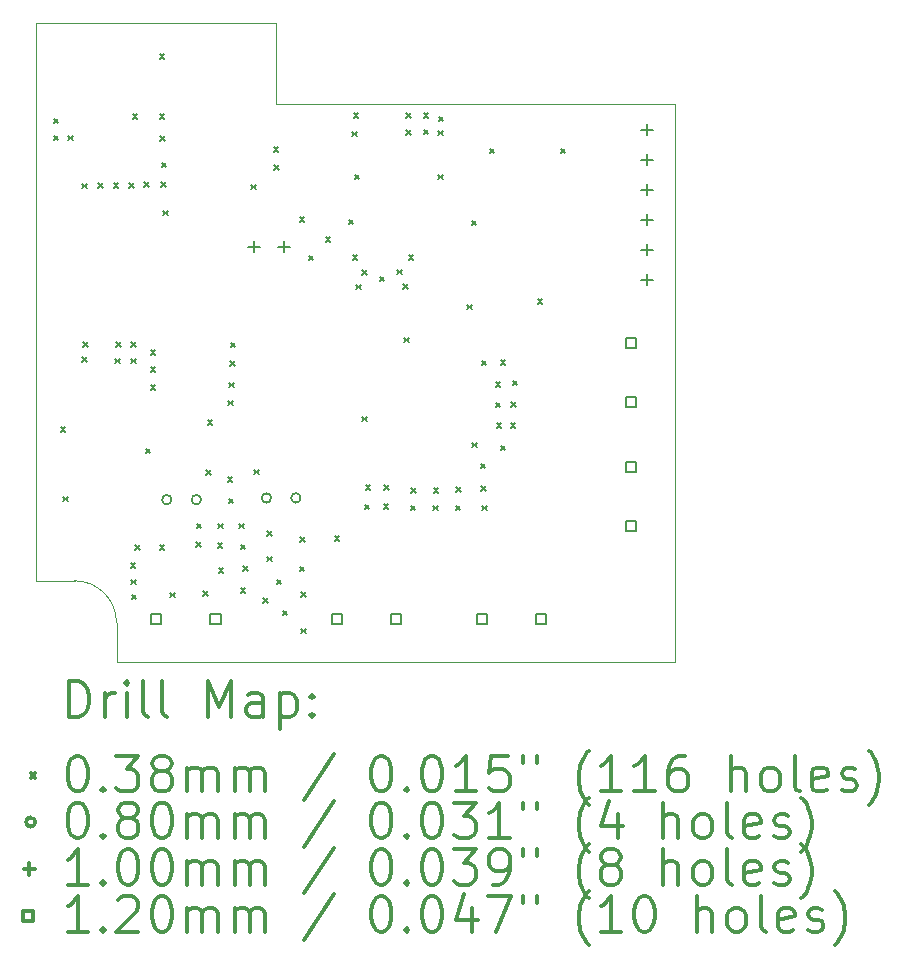
<source format=gbr>
%FSLAX45Y45*%
G04 Gerber Fmt 4.5, Leading zero omitted, Abs format (unit mm)*
G04 Created by KiCad (PCBNEW (5.1.8-0-10_14)) date 2021-10-21 22:23:19*
%MOMM*%
%LPD*%
G01*
G04 APERTURE LIST*
%TA.AperFunction,Profile*%
%ADD10C,0.025400*%
%TD*%
%ADD11C,0.200000*%
%ADD12C,0.300000*%
G04 APERTURE END LIST*
D10*
X22352000Y-8305800D02*
X25730200Y-8305800D01*
X22352000Y-8305800D02*
X22352000Y-7620000D01*
X20650200Y-12344400D02*
X20320000Y-12344400D01*
X21005800Y-12700000D02*
X21005800Y-13030200D01*
X21005800Y-12700000D02*
G75*
G03*
X20650200Y-12344400I-355600J0D01*
G01*
X20320000Y-12344400D02*
X20320000Y-7620000D01*
X21005800Y-13030200D02*
X25730200Y-13030200D01*
X25730200Y-8305800D02*
X25730200Y-13030200D01*
X20320000Y-7620000D02*
X22352000Y-7620000D01*
D11*
X20473670Y-8434070D02*
X20511770Y-8472170D01*
X20511770Y-8434070D02*
X20473670Y-8472170D01*
X20473670Y-8576310D02*
X20511770Y-8614410D01*
X20511770Y-8576310D02*
X20473670Y-8614410D01*
X20534630Y-11045190D02*
X20572730Y-11083290D01*
X20572730Y-11045190D02*
X20534630Y-11083290D01*
X20554950Y-11634470D02*
X20593050Y-11672570D01*
X20593050Y-11634470D02*
X20554950Y-11672570D01*
X20595590Y-8576310D02*
X20633690Y-8614410D01*
X20633690Y-8576310D02*
X20595590Y-8614410D01*
X20717510Y-8982710D02*
X20755610Y-9020810D01*
X20755610Y-8982710D02*
X20717510Y-9020810D01*
X20717510Y-10450830D02*
X20755610Y-10488930D01*
X20755610Y-10450830D02*
X20717510Y-10488930D01*
X20722590Y-10323830D02*
X20760690Y-10361930D01*
X20760690Y-10323830D02*
X20722590Y-10361930D01*
X20849590Y-8977630D02*
X20887690Y-9015730D01*
X20887690Y-8977630D02*
X20849590Y-9015730D01*
X20981670Y-8977630D02*
X21019770Y-9015730D01*
X21019770Y-8977630D02*
X20981670Y-9015730D01*
X20996910Y-10466070D02*
X21035010Y-10504170D01*
X21035010Y-10466070D02*
X20996910Y-10504170D01*
X21001990Y-10323830D02*
X21040090Y-10361930D01*
X21040090Y-10323830D02*
X21001990Y-10361930D01*
X21113750Y-8977630D02*
X21151850Y-9015730D01*
X21151850Y-8977630D02*
X21113750Y-9015730D01*
X21126450Y-12198350D02*
X21164550Y-12236450D01*
X21164550Y-12198350D02*
X21126450Y-12236450D01*
X21128990Y-10323830D02*
X21167090Y-10361930D01*
X21167090Y-10323830D02*
X21128990Y-10361930D01*
X21128990Y-10466070D02*
X21167090Y-10504170D01*
X21167090Y-10466070D02*
X21128990Y-10504170D01*
X21128990Y-12338050D02*
X21167090Y-12376150D01*
X21167090Y-12338050D02*
X21128990Y-12376150D01*
X21134070Y-12465050D02*
X21172170Y-12503150D01*
X21172170Y-12465050D02*
X21134070Y-12503150D01*
X21144230Y-8393430D02*
X21182330Y-8431530D01*
X21182330Y-8393430D02*
X21144230Y-8431530D01*
X21164550Y-12045950D02*
X21202650Y-12084050D01*
X21202650Y-12045950D02*
X21164550Y-12084050D01*
X21240750Y-8972550D02*
X21278850Y-9010650D01*
X21278850Y-8972550D02*
X21240750Y-9010650D01*
X21254390Y-11226470D02*
X21292490Y-11264570D01*
X21292490Y-11226470D02*
X21254390Y-11264570D01*
X21296630Y-10394950D02*
X21334730Y-10433050D01*
X21334730Y-10394950D02*
X21296630Y-10433050D01*
X21296630Y-10537190D02*
X21334730Y-10575290D01*
X21334730Y-10537190D02*
X21296630Y-10575290D01*
X21296630Y-10689590D02*
X21334730Y-10727690D01*
X21334730Y-10689590D02*
X21296630Y-10727690D01*
X21372830Y-7885430D02*
X21410930Y-7923530D01*
X21410930Y-7885430D02*
X21372830Y-7923530D01*
X21372830Y-8393430D02*
X21410930Y-8431530D01*
X21410930Y-8393430D02*
X21372830Y-8431530D01*
X21372830Y-12043410D02*
X21410930Y-12081510D01*
X21410930Y-12043410D02*
X21372830Y-12081510D01*
X21377910Y-8581390D02*
X21416010Y-8619490D01*
X21416010Y-8581390D02*
X21377910Y-8619490D01*
X21382990Y-8972550D02*
X21421090Y-9010650D01*
X21421090Y-8972550D02*
X21382990Y-9010650D01*
X21388070Y-8804910D02*
X21426170Y-8843010D01*
X21426170Y-8804910D02*
X21388070Y-8843010D01*
X21403310Y-9211310D02*
X21441410Y-9249410D01*
X21441410Y-9211310D02*
X21403310Y-9249410D01*
X21459190Y-12444730D02*
X21497290Y-12482830D01*
X21497290Y-12444730D02*
X21459190Y-12482830D01*
X21682710Y-12018010D02*
X21720810Y-12056110D01*
X21720810Y-12018010D02*
X21682710Y-12056110D01*
X21685250Y-11863070D02*
X21723350Y-11901170D01*
X21723350Y-11863070D02*
X21685250Y-11901170D01*
X21741130Y-12434570D02*
X21779230Y-12472670D01*
X21779230Y-12434570D02*
X21741130Y-12472670D01*
X21766530Y-11410950D02*
X21804630Y-11449050D01*
X21804630Y-11410950D02*
X21766530Y-11449050D01*
X21779230Y-10984230D02*
X21817330Y-11022330D01*
X21817330Y-10984230D02*
X21779230Y-11022330D01*
X21863050Y-12028170D02*
X21901150Y-12066270D01*
X21901150Y-12028170D02*
X21863050Y-12066270D01*
X21865590Y-11860530D02*
X21903690Y-11898630D01*
X21903690Y-11860530D02*
X21865590Y-11898630D01*
X21870670Y-12238990D02*
X21908770Y-12277090D01*
X21908770Y-12238990D02*
X21870670Y-12277090D01*
X21949410Y-11469370D02*
X21987510Y-11507470D01*
X21987510Y-11469370D02*
X21949410Y-11507470D01*
X21951950Y-10821670D02*
X21990050Y-10859770D01*
X21990050Y-10821670D02*
X21951950Y-10859770D01*
X21954490Y-11649710D02*
X21992590Y-11687810D01*
X21992590Y-11649710D02*
X21954490Y-11687810D01*
X21962110Y-10669270D02*
X22000210Y-10707370D01*
X22000210Y-10669270D02*
X21962110Y-10707370D01*
X21967190Y-10486390D02*
X22005290Y-10524490D01*
X22005290Y-10486390D02*
X21967190Y-10524490D01*
X21972270Y-10328910D02*
X22010370Y-10367010D01*
X22010370Y-10328910D02*
X21972270Y-10367010D01*
X22045930Y-11860530D02*
X22084030Y-11898630D01*
X22084030Y-11860530D02*
X22045930Y-11898630D01*
X22056090Y-12409170D02*
X22094190Y-12447270D01*
X22094190Y-12409170D02*
X22056090Y-12447270D01*
X22058630Y-12038330D02*
X22096730Y-12076430D01*
X22096730Y-12038330D02*
X22058630Y-12076430D01*
X22078950Y-12223750D02*
X22117050Y-12261850D01*
X22117050Y-12223750D02*
X22078950Y-12261850D01*
X22146050Y-8991810D02*
X22184150Y-9029910D01*
X22184150Y-8991810D02*
X22146050Y-9029910D01*
X22172930Y-11405870D02*
X22211030Y-11443970D01*
X22211030Y-11405870D02*
X22172930Y-11443970D01*
X22246590Y-12492990D02*
X22284690Y-12531090D01*
X22284690Y-12492990D02*
X22246590Y-12531090D01*
X22282150Y-11926570D02*
X22320250Y-11964670D01*
X22320250Y-11926570D02*
X22282150Y-11964670D01*
X22282150Y-12142470D02*
X22320250Y-12180570D01*
X22320250Y-12142470D02*
X22282150Y-12180570D01*
X22338030Y-8675370D02*
X22376130Y-8713470D01*
X22376130Y-8675370D02*
X22338030Y-8713470D01*
X22340570Y-8827770D02*
X22378670Y-8865870D01*
X22378670Y-8827770D02*
X22340570Y-8865870D01*
X22360890Y-12338050D02*
X22398990Y-12376150D01*
X22398990Y-12338050D02*
X22360890Y-12376150D01*
X22414230Y-12597130D02*
X22452330Y-12635230D01*
X22452330Y-12597130D02*
X22414230Y-12635230D01*
X22558070Y-9268790D02*
X22596170Y-9306890D01*
X22596170Y-9268790D02*
X22558070Y-9306890D01*
X22559010Y-12226290D02*
X22597110Y-12264390D01*
X22597110Y-12226290D02*
X22559010Y-12264390D01*
X22561550Y-11977370D02*
X22599650Y-12015470D01*
X22599650Y-11977370D02*
X22561550Y-12015470D01*
X22569170Y-12442190D02*
X22607270Y-12480290D01*
X22607270Y-12442190D02*
X22569170Y-12480290D01*
X22569170Y-12752070D02*
X22607270Y-12790170D01*
X22607270Y-12752070D02*
X22569170Y-12790170D01*
X22632670Y-9592310D02*
X22670770Y-9630410D01*
X22670770Y-9592310D02*
X22632670Y-9630410D01*
X22777310Y-9437510D02*
X22815410Y-9475610D01*
X22815410Y-9437510D02*
X22777310Y-9475610D01*
X22853650Y-11967210D02*
X22891750Y-12005310D01*
X22891750Y-11967210D02*
X22853650Y-12005310D01*
X22970490Y-9287510D02*
X23008590Y-9325610D01*
X23008590Y-9287510D02*
X22970490Y-9325610D01*
X23002450Y-8541810D02*
X23040550Y-8579910D01*
X23040550Y-8541810D02*
X23002450Y-8579910D01*
X23006330Y-9587510D02*
X23044430Y-9625610D01*
X23044430Y-9587510D02*
X23006330Y-9625610D01*
X23014110Y-8387910D02*
X23052210Y-8426010D01*
X23052210Y-8387910D02*
X23014110Y-8426010D01*
X23024220Y-8908660D02*
X23062320Y-8946760D01*
X23062320Y-8908660D02*
X23024220Y-8946760D01*
X23033990Y-9838690D02*
X23072090Y-9876790D01*
X23072090Y-9838690D02*
X23033990Y-9876790D01*
X23084790Y-9714230D02*
X23122890Y-9752330D01*
X23122890Y-9714230D02*
X23084790Y-9752330D01*
X23084790Y-10956290D02*
X23122890Y-10994390D01*
X23122890Y-10956290D02*
X23084790Y-10994390D01*
X23107650Y-11703050D02*
X23145750Y-11741150D01*
X23145750Y-11703050D02*
X23107650Y-11741150D01*
X23115270Y-11535410D02*
X23153370Y-11573510D01*
X23153370Y-11535410D02*
X23115270Y-11573510D01*
X23235950Y-9768870D02*
X23274050Y-9806970D01*
X23274050Y-9768870D02*
X23235950Y-9806970D01*
X23267670Y-11697970D02*
X23305770Y-11736070D01*
X23305770Y-11697970D02*
X23267670Y-11736070D01*
X23272750Y-11535410D02*
X23310850Y-11573510D01*
X23310850Y-11535410D02*
X23272750Y-11573510D01*
X23381970Y-9711690D02*
X23420070Y-9749790D01*
X23420070Y-9711690D02*
X23381970Y-9749790D01*
X23435310Y-9833610D02*
X23473410Y-9871710D01*
X23473410Y-9833610D02*
X23435310Y-9871710D01*
X23443590Y-10288930D02*
X23481690Y-10327030D01*
X23481690Y-10288930D02*
X23443590Y-10327030D01*
X23460270Y-8387910D02*
X23498370Y-8426010D01*
X23498370Y-8387910D02*
X23460270Y-8426010D01*
X23460710Y-8530590D02*
X23498810Y-8568690D01*
X23498810Y-8530590D02*
X23460710Y-8568690D01*
X23480350Y-9587910D02*
X23518450Y-9626010D01*
X23518450Y-9587910D02*
X23480350Y-9626010D01*
X23496270Y-11708130D02*
X23534370Y-11746230D01*
X23534370Y-11708130D02*
X23496270Y-11746230D01*
X23501350Y-11563350D02*
X23539450Y-11601450D01*
X23539450Y-11563350D02*
X23501350Y-11601450D01*
X23608030Y-8388350D02*
X23646130Y-8426450D01*
X23646130Y-8388350D02*
X23608030Y-8426450D01*
X23608030Y-8528050D02*
X23646130Y-8566150D01*
X23646130Y-8528050D02*
X23608030Y-8566150D01*
X23686770Y-11710670D02*
X23724870Y-11748770D01*
X23724870Y-11710670D02*
X23686770Y-11748770D01*
X23691850Y-11563350D02*
X23729950Y-11601450D01*
X23729950Y-11563350D02*
X23691850Y-11601450D01*
X23729950Y-8533130D02*
X23768050Y-8571230D01*
X23768050Y-8533130D02*
X23729950Y-8571230D01*
X23731710Y-8908270D02*
X23769810Y-8946370D01*
X23769810Y-8908270D02*
X23731710Y-8946370D01*
X23732490Y-8416290D02*
X23770590Y-8454390D01*
X23770590Y-8416290D02*
X23732490Y-8454390D01*
X23879810Y-11708130D02*
X23917910Y-11746230D01*
X23917910Y-11708130D02*
X23879810Y-11746230D01*
X23882350Y-11553190D02*
X23920450Y-11591290D01*
X23920450Y-11553190D02*
X23882350Y-11591290D01*
X23975670Y-10009530D02*
X24013770Y-10047630D01*
X24013770Y-10009530D02*
X23975670Y-10047630D01*
X24014430Y-9295130D02*
X24052530Y-9333230D01*
X24052530Y-9295130D02*
X24014430Y-9333230D01*
X24019510Y-11174730D02*
X24057610Y-11212830D01*
X24057610Y-11174730D02*
X24019510Y-11212830D01*
X24090630Y-11352530D02*
X24128730Y-11390630D01*
X24128730Y-11352530D02*
X24090630Y-11390630D01*
X24093170Y-11545570D02*
X24131270Y-11583670D01*
X24131270Y-11545570D02*
X24093170Y-11583670D01*
X24098250Y-10483850D02*
X24136350Y-10521950D01*
X24136350Y-10483850D02*
X24098250Y-10521950D01*
X24100790Y-11708130D02*
X24138890Y-11746230D01*
X24138890Y-11708130D02*
X24100790Y-11746230D01*
X24164290Y-8685530D02*
X24202390Y-8723630D01*
X24202390Y-8685530D02*
X24164290Y-8723630D01*
X24215090Y-10664190D02*
X24253190Y-10702290D01*
X24253190Y-10664190D02*
X24215090Y-10702290D01*
X24217630Y-10836910D02*
X24255730Y-10875010D01*
X24255730Y-10836910D02*
X24217630Y-10875010D01*
X24225250Y-11009630D02*
X24263350Y-11047730D01*
X24263350Y-11009630D02*
X24225250Y-11047730D01*
X24258270Y-10478770D02*
X24296370Y-10516870D01*
X24296370Y-10478770D02*
X24258270Y-10516870D01*
X24258270Y-11200130D02*
X24296370Y-11238230D01*
X24296370Y-11200130D02*
X24258270Y-11238230D01*
X24344630Y-11012170D02*
X24382730Y-11050270D01*
X24382730Y-11012170D02*
X24344630Y-11050270D01*
X24349710Y-10834370D02*
X24387810Y-10872470D01*
X24387810Y-10834370D02*
X24349710Y-10872470D01*
X24359870Y-10651490D02*
X24397970Y-10689590D01*
X24397970Y-10651490D02*
X24359870Y-10689590D01*
X24570690Y-9960610D02*
X24608790Y-9998710D01*
X24608790Y-9960610D02*
X24570690Y-9998710D01*
X24766830Y-8687510D02*
X24804930Y-8725610D01*
X24804930Y-8687510D02*
X24766830Y-8725610D01*
X21471440Y-11658600D02*
G75*
G03*
X21471440Y-11658600I-40000J0D01*
G01*
X21721440Y-11658600D02*
G75*
G03*
X21721440Y-11658600I-40000J0D01*
G01*
X22314720Y-11643360D02*
G75*
G03*
X22314720Y-11643360I-40000J0D01*
G01*
X22564720Y-11643360D02*
G75*
G03*
X22564720Y-11643360I-40000J0D01*
G01*
X25496520Y-8474240D02*
X25496520Y-8574240D01*
X25446520Y-8524240D02*
X25546520Y-8524240D01*
X25496520Y-8728240D02*
X25496520Y-8828240D01*
X25446520Y-8778240D02*
X25546520Y-8778240D01*
X25496520Y-8982240D02*
X25496520Y-9082240D01*
X25446520Y-9032240D02*
X25546520Y-9032240D01*
X25496520Y-9236240D02*
X25496520Y-9336240D01*
X25446520Y-9286240D02*
X25546520Y-9286240D01*
X25496520Y-9490240D02*
X25496520Y-9590240D01*
X25446520Y-9540240D02*
X25546520Y-9540240D01*
X25496520Y-9744240D02*
X25496520Y-9844240D01*
X25446520Y-9794240D02*
X25546520Y-9794240D01*
X22166580Y-9464840D02*
X22166580Y-9564840D01*
X22116580Y-9514840D02*
X22216580Y-9514840D01*
X22420580Y-9464840D02*
X22420580Y-9564840D01*
X22370580Y-9514840D02*
X22470580Y-9514840D01*
X22915127Y-12709407D02*
X22915127Y-12624553D01*
X22830273Y-12624553D01*
X22830273Y-12709407D01*
X22915127Y-12709407D01*
X23415127Y-12709407D02*
X23415127Y-12624553D01*
X23330273Y-12624553D01*
X23330273Y-12709407D01*
X23415127Y-12709407D01*
X24139407Y-12709407D02*
X24139407Y-12624553D01*
X24054553Y-12624553D01*
X24054553Y-12709407D01*
X24139407Y-12709407D01*
X24639407Y-12709407D02*
X24639407Y-12624553D01*
X24554553Y-12624553D01*
X24554553Y-12709407D01*
X24639407Y-12709407D01*
X21386427Y-12706867D02*
X21386427Y-12622013D01*
X21301573Y-12622013D01*
X21301573Y-12706867D01*
X21386427Y-12706867D01*
X21886427Y-12706867D02*
X21886427Y-12622013D01*
X21801573Y-12622013D01*
X21801573Y-12706867D01*
X21886427Y-12706867D01*
X25401787Y-11424547D02*
X25401787Y-11339693D01*
X25316933Y-11339693D01*
X25316933Y-11424547D01*
X25401787Y-11424547D01*
X25401787Y-11924547D02*
X25401787Y-11839693D01*
X25316933Y-11839693D01*
X25316933Y-11924547D01*
X25401787Y-11924547D01*
X25404327Y-10370447D02*
X25404327Y-10285593D01*
X25319473Y-10285593D01*
X25319473Y-10370447D01*
X25404327Y-10370447D01*
X25404327Y-10870447D02*
X25404327Y-10785593D01*
X25319473Y-10785593D01*
X25319473Y-10870447D01*
X25404327Y-10870447D01*
D12*
X20605158Y-13497184D02*
X20605158Y-13197184D01*
X20676587Y-13197184D01*
X20719444Y-13211470D01*
X20748016Y-13240041D01*
X20762301Y-13268613D01*
X20776587Y-13325756D01*
X20776587Y-13368613D01*
X20762301Y-13425756D01*
X20748016Y-13454327D01*
X20719444Y-13482899D01*
X20676587Y-13497184D01*
X20605158Y-13497184D01*
X20905158Y-13497184D02*
X20905158Y-13297184D01*
X20905158Y-13354327D02*
X20919444Y-13325756D01*
X20933730Y-13311470D01*
X20962301Y-13297184D01*
X20990873Y-13297184D01*
X21090873Y-13497184D02*
X21090873Y-13297184D01*
X21090873Y-13197184D02*
X21076587Y-13211470D01*
X21090873Y-13225756D01*
X21105158Y-13211470D01*
X21090873Y-13197184D01*
X21090873Y-13225756D01*
X21276587Y-13497184D02*
X21248016Y-13482899D01*
X21233730Y-13454327D01*
X21233730Y-13197184D01*
X21433730Y-13497184D02*
X21405158Y-13482899D01*
X21390873Y-13454327D01*
X21390873Y-13197184D01*
X21776587Y-13497184D02*
X21776587Y-13197184D01*
X21876587Y-13411470D01*
X21976587Y-13197184D01*
X21976587Y-13497184D01*
X22248016Y-13497184D02*
X22248016Y-13340041D01*
X22233730Y-13311470D01*
X22205158Y-13297184D01*
X22148016Y-13297184D01*
X22119444Y-13311470D01*
X22248016Y-13482899D02*
X22219444Y-13497184D01*
X22148016Y-13497184D01*
X22119444Y-13482899D01*
X22105158Y-13454327D01*
X22105158Y-13425756D01*
X22119444Y-13397184D01*
X22148016Y-13382899D01*
X22219444Y-13382899D01*
X22248016Y-13368613D01*
X22390873Y-13297184D02*
X22390873Y-13597184D01*
X22390873Y-13311470D02*
X22419444Y-13297184D01*
X22476587Y-13297184D01*
X22505158Y-13311470D01*
X22519444Y-13325756D01*
X22533730Y-13354327D01*
X22533730Y-13440041D01*
X22519444Y-13468613D01*
X22505158Y-13482899D01*
X22476587Y-13497184D01*
X22419444Y-13497184D01*
X22390873Y-13482899D01*
X22662301Y-13468613D02*
X22676587Y-13482899D01*
X22662301Y-13497184D01*
X22648016Y-13482899D01*
X22662301Y-13468613D01*
X22662301Y-13497184D01*
X22662301Y-13311470D02*
X22676587Y-13325756D01*
X22662301Y-13340041D01*
X22648016Y-13325756D01*
X22662301Y-13311470D01*
X22662301Y-13340041D01*
X20280630Y-13972420D02*
X20318730Y-14010520D01*
X20318730Y-13972420D02*
X20280630Y-14010520D01*
X20662301Y-13827184D02*
X20690873Y-13827184D01*
X20719444Y-13841470D01*
X20733730Y-13855756D01*
X20748016Y-13884327D01*
X20762301Y-13941470D01*
X20762301Y-14012899D01*
X20748016Y-14070041D01*
X20733730Y-14098613D01*
X20719444Y-14112899D01*
X20690873Y-14127184D01*
X20662301Y-14127184D01*
X20633730Y-14112899D01*
X20619444Y-14098613D01*
X20605158Y-14070041D01*
X20590873Y-14012899D01*
X20590873Y-13941470D01*
X20605158Y-13884327D01*
X20619444Y-13855756D01*
X20633730Y-13841470D01*
X20662301Y-13827184D01*
X20890873Y-14098613D02*
X20905158Y-14112899D01*
X20890873Y-14127184D01*
X20876587Y-14112899D01*
X20890873Y-14098613D01*
X20890873Y-14127184D01*
X21005158Y-13827184D02*
X21190873Y-13827184D01*
X21090873Y-13941470D01*
X21133730Y-13941470D01*
X21162301Y-13955756D01*
X21176587Y-13970041D01*
X21190873Y-13998613D01*
X21190873Y-14070041D01*
X21176587Y-14098613D01*
X21162301Y-14112899D01*
X21133730Y-14127184D01*
X21048016Y-14127184D01*
X21019444Y-14112899D01*
X21005158Y-14098613D01*
X21362301Y-13955756D02*
X21333730Y-13941470D01*
X21319444Y-13927184D01*
X21305158Y-13898613D01*
X21305158Y-13884327D01*
X21319444Y-13855756D01*
X21333730Y-13841470D01*
X21362301Y-13827184D01*
X21419444Y-13827184D01*
X21448016Y-13841470D01*
X21462301Y-13855756D01*
X21476587Y-13884327D01*
X21476587Y-13898613D01*
X21462301Y-13927184D01*
X21448016Y-13941470D01*
X21419444Y-13955756D01*
X21362301Y-13955756D01*
X21333730Y-13970041D01*
X21319444Y-13984327D01*
X21305158Y-14012899D01*
X21305158Y-14070041D01*
X21319444Y-14098613D01*
X21333730Y-14112899D01*
X21362301Y-14127184D01*
X21419444Y-14127184D01*
X21448016Y-14112899D01*
X21462301Y-14098613D01*
X21476587Y-14070041D01*
X21476587Y-14012899D01*
X21462301Y-13984327D01*
X21448016Y-13970041D01*
X21419444Y-13955756D01*
X21605158Y-14127184D02*
X21605158Y-13927184D01*
X21605158Y-13955756D02*
X21619444Y-13941470D01*
X21648016Y-13927184D01*
X21690873Y-13927184D01*
X21719444Y-13941470D01*
X21733730Y-13970041D01*
X21733730Y-14127184D01*
X21733730Y-13970041D02*
X21748016Y-13941470D01*
X21776587Y-13927184D01*
X21819444Y-13927184D01*
X21848016Y-13941470D01*
X21862301Y-13970041D01*
X21862301Y-14127184D01*
X22005158Y-14127184D02*
X22005158Y-13927184D01*
X22005158Y-13955756D02*
X22019444Y-13941470D01*
X22048016Y-13927184D01*
X22090873Y-13927184D01*
X22119444Y-13941470D01*
X22133730Y-13970041D01*
X22133730Y-14127184D01*
X22133730Y-13970041D02*
X22148016Y-13941470D01*
X22176587Y-13927184D01*
X22219444Y-13927184D01*
X22248016Y-13941470D01*
X22262301Y-13970041D01*
X22262301Y-14127184D01*
X22848016Y-13812899D02*
X22590873Y-14198613D01*
X23233730Y-13827184D02*
X23262301Y-13827184D01*
X23290873Y-13841470D01*
X23305158Y-13855756D01*
X23319444Y-13884327D01*
X23333730Y-13941470D01*
X23333730Y-14012899D01*
X23319444Y-14070041D01*
X23305158Y-14098613D01*
X23290873Y-14112899D01*
X23262301Y-14127184D01*
X23233730Y-14127184D01*
X23205158Y-14112899D01*
X23190873Y-14098613D01*
X23176587Y-14070041D01*
X23162301Y-14012899D01*
X23162301Y-13941470D01*
X23176587Y-13884327D01*
X23190873Y-13855756D01*
X23205158Y-13841470D01*
X23233730Y-13827184D01*
X23462301Y-14098613D02*
X23476587Y-14112899D01*
X23462301Y-14127184D01*
X23448016Y-14112899D01*
X23462301Y-14098613D01*
X23462301Y-14127184D01*
X23662301Y-13827184D02*
X23690873Y-13827184D01*
X23719444Y-13841470D01*
X23733730Y-13855756D01*
X23748016Y-13884327D01*
X23762301Y-13941470D01*
X23762301Y-14012899D01*
X23748016Y-14070041D01*
X23733730Y-14098613D01*
X23719444Y-14112899D01*
X23690873Y-14127184D01*
X23662301Y-14127184D01*
X23633730Y-14112899D01*
X23619444Y-14098613D01*
X23605158Y-14070041D01*
X23590873Y-14012899D01*
X23590873Y-13941470D01*
X23605158Y-13884327D01*
X23619444Y-13855756D01*
X23633730Y-13841470D01*
X23662301Y-13827184D01*
X24048016Y-14127184D02*
X23876587Y-14127184D01*
X23962301Y-14127184D02*
X23962301Y-13827184D01*
X23933730Y-13870041D01*
X23905158Y-13898613D01*
X23876587Y-13912899D01*
X24319444Y-13827184D02*
X24176587Y-13827184D01*
X24162301Y-13970041D01*
X24176587Y-13955756D01*
X24205158Y-13941470D01*
X24276587Y-13941470D01*
X24305158Y-13955756D01*
X24319444Y-13970041D01*
X24333730Y-13998613D01*
X24333730Y-14070041D01*
X24319444Y-14098613D01*
X24305158Y-14112899D01*
X24276587Y-14127184D01*
X24205158Y-14127184D01*
X24176587Y-14112899D01*
X24162301Y-14098613D01*
X24448016Y-13827184D02*
X24448016Y-13884327D01*
X24562301Y-13827184D02*
X24562301Y-13884327D01*
X25005158Y-14241470D02*
X24990873Y-14227184D01*
X24962301Y-14184327D01*
X24948016Y-14155756D01*
X24933730Y-14112899D01*
X24919444Y-14041470D01*
X24919444Y-13984327D01*
X24933730Y-13912899D01*
X24948016Y-13870041D01*
X24962301Y-13841470D01*
X24990873Y-13798613D01*
X25005158Y-13784327D01*
X25276587Y-14127184D02*
X25105158Y-14127184D01*
X25190873Y-14127184D02*
X25190873Y-13827184D01*
X25162301Y-13870041D01*
X25133730Y-13898613D01*
X25105158Y-13912899D01*
X25562301Y-14127184D02*
X25390873Y-14127184D01*
X25476587Y-14127184D02*
X25476587Y-13827184D01*
X25448016Y-13870041D01*
X25419444Y-13898613D01*
X25390873Y-13912899D01*
X25819444Y-13827184D02*
X25762301Y-13827184D01*
X25733730Y-13841470D01*
X25719444Y-13855756D01*
X25690873Y-13898613D01*
X25676587Y-13955756D01*
X25676587Y-14070041D01*
X25690873Y-14098613D01*
X25705158Y-14112899D01*
X25733730Y-14127184D01*
X25790873Y-14127184D01*
X25819444Y-14112899D01*
X25833730Y-14098613D01*
X25848016Y-14070041D01*
X25848016Y-13998613D01*
X25833730Y-13970041D01*
X25819444Y-13955756D01*
X25790873Y-13941470D01*
X25733730Y-13941470D01*
X25705158Y-13955756D01*
X25690873Y-13970041D01*
X25676587Y-13998613D01*
X26205158Y-14127184D02*
X26205158Y-13827184D01*
X26333730Y-14127184D02*
X26333730Y-13970041D01*
X26319444Y-13941470D01*
X26290873Y-13927184D01*
X26248016Y-13927184D01*
X26219444Y-13941470D01*
X26205158Y-13955756D01*
X26519444Y-14127184D02*
X26490873Y-14112899D01*
X26476587Y-14098613D01*
X26462301Y-14070041D01*
X26462301Y-13984327D01*
X26476587Y-13955756D01*
X26490873Y-13941470D01*
X26519444Y-13927184D01*
X26562301Y-13927184D01*
X26590873Y-13941470D01*
X26605158Y-13955756D01*
X26619444Y-13984327D01*
X26619444Y-14070041D01*
X26605158Y-14098613D01*
X26590873Y-14112899D01*
X26562301Y-14127184D01*
X26519444Y-14127184D01*
X26790873Y-14127184D02*
X26762301Y-14112899D01*
X26748016Y-14084327D01*
X26748016Y-13827184D01*
X27019444Y-14112899D02*
X26990873Y-14127184D01*
X26933730Y-14127184D01*
X26905158Y-14112899D01*
X26890873Y-14084327D01*
X26890873Y-13970041D01*
X26905158Y-13941470D01*
X26933730Y-13927184D01*
X26990873Y-13927184D01*
X27019444Y-13941470D01*
X27033730Y-13970041D01*
X27033730Y-13998613D01*
X26890873Y-14027184D01*
X27148016Y-14112899D02*
X27176587Y-14127184D01*
X27233730Y-14127184D01*
X27262301Y-14112899D01*
X27276587Y-14084327D01*
X27276587Y-14070041D01*
X27262301Y-14041470D01*
X27233730Y-14027184D01*
X27190873Y-14027184D01*
X27162301Y-14012899D01*
X27148016Y-13984327D01*
X27148016Y-13970041D01*
X27162301Y-13941470D01*
X27190873Y-13927184D01*
X27233730Y-13927184D01*
X27262301Y-13941470D01*
X27376587Y-14241470D02*
X27390873Y-14227184D01*
X27419444Y-14184327D01*
X27433730Y-14155756D01*
X27448016Y-14112899D01*
X27462301Y-14041470D01*
X27462301Y-13984327D01*
X27448016Y-13912899D01*
X27433730Y-13870041D01*
X27419444Y-13841470D01*
X27390873Y-13798613D01*
X27376587Y-13784327D01*
X20318730Y-14387470D02*
G75*
G03*
X20318730Y-14387470I-40000J0D01*
G01*
X20662301Y-14223184D02*
X20690873Y-14223184D01*
X20719444Y-14237470D01*
X20733730Y-14251756D01*
X20748016Y-14280327D01*
X20762301Y-14337470D01*
X20762301Y-14408899D01*
X20748016Y-14466041D01*
X20733730Y-14494613D01*
X20719444Y-14508899D01*
X20690873Y-14523184D01*
X20662301Y-14523184D01*
X20633730Y-14508899D01*
X20619444Y-14494613D01*
X20605158Y-14466041D01*
X20590873Y-14408899D01*
X20590873Y-14337470D01*
X20605158Y-14280327D01*
X20619444Y-14251756D01*
X20633730Y-14237470D01*
X20662301Y-14223184D01*
X20890873Y-14494613D02*
X20905158Y-14508899D01*
X20890873Y-14523184D01*
X20876587Y-14508899D01*
X20890873Y-14494613D01*
X20890873Y-14523184D01*
X21076587Y-14351756D02*
X21048016Y-14337470D01*
X21033730Y-14323184D01*
X21019444Y-14294613D01*
X21019444Y-14280327D01*
X21033730Y-14251756D01*
X21048016Y-14237470D01*
X21076587Y-14223184D01*
X21133730Y-14223184D01*
X21162301Y-14237470D01*
X21176587Y-14251756D01*
X21190873Y-14280327D01*
X21190873Y-14294613D01*
X21176587Y-14323184D01*
X21162301Y-14337470D01*
X21133730Y-14351756D01*
X21076587Y-14351756D01*
X21048016Y-14366041D01*
X21033730Y-14380327D01*
X21019444Y-14408899D01*
X21019444Y-14466041D01*
X21033730Y-14494613D01*
X21048016Y-14508899D01*
X21076587Y-14523184D01*
X21133730Y-14523184D01*
X21162301Y-14508899D01*
X21176587Y-14494613D01*
X21190873Y-14466041D01*
X21190873Y-14408899D01*
X21176587Y-14380327D01*
X21162301Y-14366041D01*
X21133730Y-14351756D01*
X21376587Y-14223184D02*
X21405158Y-14223184D01*
X21433730Y-14237470D01*
X21448016Y-14251756D01*
X21462301Y-14280327D01*
X21476587Y-14337470D01*
X21476587Y-14408899D01*
X21462301Y-14466041D01*
X21448016Y-14494613D01*
X21433730Y-14508899D01*
X21405158Y-14523184D01*
X21376587Y-14523184D01*
X21348016Y-14508899D01*
X21333730Y-14494613D01*
X21319444Y-14466041D01*
X21305158Y-14408899D01*
X21305158Y-14337470D01*
X21319444Y-14280327D01*
X21333730Y-14251756D01*
X21348016Y-14237470D01*
X21376587Y-14223184D01*
X21605158Y-14523184D02*
X21605158Y-14323184D01*
X21605158Y-14351756D02*
X21619444Y-14337470D01*
X21648016Y-14323184D01*
X21690873Y-14323184D01*
X21719444Y-14337470D01*
X21733730Y-14366041D01*
X21733730Y-14523184D01*
X21733730Y-14366041D02*
X21748016Y-14337470D01*
X21776587Y-14323184D01*
X21819444Y-14323184D01*
X21848016Y-14337470D01*
X21862301Y-14366041D01*
X21862301Y-14523184D01*
X22005158Y-14523184D02*
X22005158Y-14323184D01*
X22005158Y-14351756D02*
X22019444Y-14337470D01*
X22048016Y-14323184D01*
X22090873Y-14323184D01*
X22119444Y-14337470D01*
X22133730Y-14366041D01*
X22133730Y-14523184D01*
X22133730Y-14366041D02*
X22148016Y-14337470D01*
X22176587Y-14323184D01*
X22219444Y-14323184D01*
X22248016Y-14337470D01*
X22262301Y-14366041D01*
X22262301Y-14523184D01*
X22848016Y-14208899D02*
X22590873Y-14594613D01*
X23233730Y-14223184D02*
X23262301Y-14223184D01*
X23290873Y-14237470D01*
X23305158Y-14251756D01*
X23319444Y-14280327D01*
X23333730Y-14337470D01*
X23333730Y-14408899D01*
X23319444Y-14466041D01*
X23305158Y-14494613D01*
X23290873Y-14508899D01*
X23262301Y-14523184D01*
X23233730Y-14523184D01*
X23205158Y-14508899D01*
X23190873Y-14494613D01*
X23176587Y-14466041D01*
X23162301Y-14408899D01*
X23162301Y-14337470D01*
X23176587Y-14280327D01*
X23190873Y-14251756D01*
X23205158Y-14237470D01*
X23233730Y-14223184D01*
X23462301Y-14494613D02*
X23476587Y-14508899D01*
X23462301Y-14523184D01*
X23448016Y-14508899D01*
X23462301Y-14494613D01*
X23462301Y-14523184D01*
X23662301Y-14223184D02*
X23690873Y-14223184D01*
X23719444Y-14237470D01*
X23733730Y-14251756D01*
X23748016Y-14280327D01*
X23762301Y-14337470D01*
X23762301Y-14408899D01*
X23748016Y-14466041D01*
X23733730Y-14494613D01*
X23719444Y-14508899D01*
X23690873Y-14523184D01*
X23662301Y-14523184D01*
X23633730Y-14508899D01*
X23619444Y-14494613D01*
X23605158Y-14466041D01*
X23590873Y-14408899D01*
X23590873Y-14337470D01*
X23605158Y-14280327D01*
X23619444Y-14251756D01*
X23633730Y-14237470D01*
X23662301Y-14223184D01*
X23862301Y-14223184D02*
X24048016Y-14223184D01*
X23948016Y-14337470D01*
X23990873Y-14337470D01*
X24019444Y-14351756D01*
X24033730Y-14366041D01*
X24048016Y-14394613D01*
X24048016Y-14466041D01*
X24033730Y-14494613D01*
X24019444Y-14508899D01*
X23990873Y-14523184D01*
X23905158Y-14523184D01*
X23876587Y-14508899D01*
X23862301Y-14494613D01*
X24333730Y-14523184D02*
X24162301Y-14523184D01*
X24248016Y-14523184D02*
X24248016Y-14223184D01*
X24219444Y-14266041D01*
X24190873Y-14294613D01*
X24162301Y-14308899D01*
X24448016Y-14223184D02*
X24448016Y-14280327D01*
X24562301Y-14223184D02*
X24562301Y-14280327D01*
X25005158Y-14637470D02*
X24990873Y-14623184D01*
X24962301Y-14580327D01*
X24948016Y-14551756D01*
X24933730Y-14508899D01*
X24919444Y-14437470D01*
X24919444Y-14380327D01*
X24933730Y-14308899D01*
X24948016Y-14266041D01*
X24962301Y-14237470D01*
X24990873Y-14194613D01*
X25005158Y-14180327D01*
X25248016Y-14323184D02*
X25248016Y-14523184D01*
X25176587Y-14208899D02*
X25105158Y-14423184D01*
X25290873Y-14423184D01*
X25633730Y-14523184D02*
X25633730Y-14223184D01*
X25762301Y-14523184D02*
X25762301Y-14366041D01*
X25748016Y-14337470D01*
X25719444Y-14323184D01*
X25676587Y-14323184D01*
X25648016Y-14337470D01*
X25633730Y-14351756D01*
X25948016Y-14523184D02*
X25919444Y-14508899D01*
X25905158Y-14494613D01*
X25890873Y-14466041D01*
X25890873Y-14380327D01*
X25905158Y-14351756D01*
X25919444Y-14337470D01*
X25948016Y-14323184D01*
X25990873Y-14323184D01*
X26019444Y-14337470D01*
X26033730Y-14351756D01*
X26048016Y-14380327D01*
X26048016Y-14466041D01*
X26033730Y-14494613D01*
X26019444Y-14508899D01*
X25990873Y-14523184D01*
X25948016Y-14523184D01*
X26219444Y-14523184D02*
X26190873Y-14508899D01*
X26176587Y-14480327D01*
X26176587Y-14223184D01*
X26448016Y-14508899D02*
X26419444Y-14523184D01*
X26362301Y-14523184D01*
X26333730Y-14508899D01*
X26319444Y-14480327D01*
X26319444Y-14366041D01*
X26333730Y-14337470D01*
X26362301Y-14323184D01*
X26419444Y-14323184D01*
X26448016Y-14337470D01*
X26462301Y-14366041D01*
X26462301Y-14394613D01*
X26319444Y-14423184D01*
X26576587Y-14508899D02*
X26605158Y-14523184D01*
X26662301Y-14523184D01*
X26690873Y-14508899D01*
X26705158Y-14480327D01*
X26705158Y-14466041D01*
X26690873Y-14437470D01*
X26662301Y-14423184D01*
X26619444Y-14423184D01*
X26590873Y-14408899D01*
X26576587Y-14380327D01*
X26576587Y-14366041D01*
X26590873Y-14337470D01*
X26619444Y-14323184D01*
X26662301Y-14323184D01*
X26690873Y-14337470D01*
X26805158Y-14637470D02*
X26819444Y-14623184D01*
X26848016Y-14580327D01*
X26862301Y-14551756D01*
X26876587Y-14508899D01*
X26890873Y-14437470D01*
X26890873Y-14380327D01*
X26876587Y-14308899D01*
X26862301Y-14266041D01*
X26848016Y-14237470D01*
X26819444Y-14194613D01*
X26805158Y-14180327D01*
X20268730Y-14733470D02*
X20268730Y-14833470D01*
X20218730Y-14783470D02*
X20318730Y-14783470D01*
X20762301Y-14919184D02*
X20590873Y-14919184D01*
X20676587Y-14919184D02*
X20676587Y-14619184D01*
X20648016Y-14662041D01*
X20619444Y-14690613D01*
X20590873Y-14704899D01*
X20890873Y-14890613D02*
X20905158Y-14904899D01*
X20890873Y-14919184D01*
X20876587Y-14904899D01*
X20890873Y-14890613D01*
X20890873Y-14919184D01*
X21090873Y-14619184D02*
X21119444Y-14619184D01*
X21148016Y-14633470D01*
X21162301Y-14647756D01*
X21176587Y-14676327D01*
X21190873Y-14733470D01*
X21190873Y-14804899D01*
X21176587Y-14862041D01*
X21162301Y-14890613D01*
X21148016Y-14904899D01*
X21119444Y-14919184D01*
X21090873Y-14919184D01*
X21062301Y-14904899D01*
X21048016Y-14890613D01*
X21033730Y-14862041D01*
X21019444Y-14804899D01*
X21019444Y-14733470D01*
X21033730Y-14676327D01*
X21048016Y-14647756D01*
X21062301Y-14633470D01*
X21090873Y-14619184D01*
X21376587Y-14619184D02*
X21405158Y-14619184D01*
X21433730Y-14633470D01*
X21448016Y-14647756D01*
X21462301Y-14676327D01*
X21476587Y-14733470D01*
X21476587Y-14804899D01*
X21462301Y-14862041D01*
X21448016Y-14890613D01*
X21433730Y-14904899D01*
X21405158Y-14919184D01*
X21376587Y-14919184D01*
X21348016Y-14904899D01*
X21333730Y-14890613D01*
X21319444Y-14862041D01*
X21305158Y-14804899D01*
X21305158Y-14733470D01*
X21319444Y-14676327D01*
X21333730Y-14647756D01*
X21348016Y-14633470D01*
X21376587Y-14619184D01*
X21605158Y-14919184D02*
X21605158Y-14719184D01*
X21605158Y-14747756D02*
X21619444Y-14733470D01*
X21648016Y-14719184D01*
X21690873Y-14719184D01*
X21719444Y-14733470D01*
X21733730Y-14762041D01*
X21733730Y-14919184D01*
X21733730Y-14762041D02*
X21748016Y-14733470D01*
X21776587Y-14719184D01*
X21819444Y-14719184D01*
X21848016Y-14733470D01*
X21862301Y-14762041D01*
X21862301Y-14919184D01*
X22005158Y-14919184D02*
X22005158Y-14719184D01*
X22005158Y-14747756D02*
X22019444Y-14733470D01*
X22048016Y-14719184D01*
X22090873Y-14719184D01*
X22119444Y-14733470D01*
X22133730Y-14762041D01*
X22133730Y-14919184D01*
X22133730Y-14762041D02*
X22148016Y-14733470D01*
X22176587Y-14719184D01*
X22219444Y-14719184D01*
X22248016Y-14733470D01*
X22262301Y-14762041D01*
X22262301Y-14919184D01*
X22848016Y-14604899D02*
X22590873Y-14990613D01*
X23233730Y-14619184D02*
X23262301Y-14619184D01*
X23290873Y-14633470D01*
X23305158Y-14647756D01*
X23319444Y-14676327D01*
X23333730Y-14733470D01*
X23333730Y-14804899D01*
X23319444Y-14862041D01*
X23305158Y-14890613D01*
X23290873Y-14904899D01*
X23262301Y-14919184D01*
X23233730Y-14919184D01*
X23205158Y-14904899D01*
X23190873Y-14890613D01*
X23176587Y-14862041D01*
X23162301Y-14804899D01*
X23162301Y-14733470D01*
X23176587Y-14676327D01*
X23190873Y-14647756D01*
X23205158Y-14633470D01*
X23233730Y-14619184D01*
X23462301Y-14890613D02*
X23476587Y-14904899D01*
X23462301Y-14919184D01*
X23448016Y-14904899D01*
X23462301Y-14890613D01*
X23462301Y-14919184D01*
X23662301Y-14619184D02*
X23690873Y-14619184D01*
X23719444Y-14633470D01*
X23733730Y-14647756D01*
X23748016Y-14676327D01*
X23762301Y-14733470D01*
X23762301Y-14804899D01*
X23748016Y-14862041D01*
X23733730Y-14890613D01*
X23719444Y-14904899D01*
X23690873Y-14919184D01*
X23662301Y-14919184D01*
X23633730Y-14904899D01*
X23619444Y-14890613D01*
X23605158Y-14862041D01*
X23590873Y-14804899D01*
X23590873Y-14733470D01*
X23605158Y-14676327D01*
X23619444Y-14647756D01*
X23633730Y-14633470D01*
X23662301Y-14619184D01*
X23862301Y-14619184D02*
X24048016Y-14619184D01*
X23948016Y-14733470D01*
X23990873Y-14733470D01*
X24019444Y-14747756D01*
X24033730Y-14762041D01*
X24048016Y-14790613D01*
X24048016Y-14862041D01*
X24033730Y-14890613D01*
X24019444Y-14904899D01*
X23990873Y-14919184D01*
X23905158Y-14919184D01*
X23876587Y-14904899D01*
X23862301Y-14890613D01*
X24190873Y-14919184D02*
X24248016Y-14919184D01*
X24276587Y-14904899D01*
X24290873Y-14890613D01*
X24319444Y-14847756D01*
X24333730Y-14790613D01*
X24333730Y-14676327D01*
X24319444Y-14647756D01*
X24305158Y-14633470D01*
X24276587Y-14619184D01*
X24219444Y-14619184D01*
X24190873Y-14633470D01*
X24176587Y-14647756D01*
X24162301Y-14676327D01*
X24162301Y-14747756D01*
X24176587Y-14776327D01*
X24190873Y-14790613D01*
X24219444Y-14804899D01*
X24276587Y-14804899D01*
X24305158Y-14790613D01*
X24319444Y-14776327D01*
X24333730Y-14747756D01*
X24448016Y-14619184D02*
X24448016Y-14676327D01*
X24562301Y-14619184D02*
X24562301Y-14676327D01*
X25005158Y-15033470D02*
X24990873Y-15019184D01*
X24962301Y-14976327D01*
X24948016Y-14947756D01*
X24933730Y-14904899D01*
X24919444Y-14833470D01*
X24919444Y-14776327D01*
X24933730Y-14704899D01*
X24948016Y-14662041D01*
X24962301Y-14633470D01*
X24990873Y-14590613D01*
X25005158Y-14576327D01*
X25162301Y-14747756D02*
X25133730Y-14733470D01*
X25119444Y-14719184D01*
X25105158Y-14690613D01*
X25105158Y-14676327D01*
X25119444Y-14647756D01*
X25133730Y-14633470D01*
X25162301Y-14619184D01*
X25219444Y-14619184D01*
X25248016Y-14633470D01*
X25262301Y-14647756D01*
X25276587Y-14676327D01*
X25276587Y-14690613D01*
X25262301Y-14719184D01*
X25248016Y-14733470D01*
X25219444Y-14747756D01*
X25162301Y-14747756D01*
X25133730Y-14762041D01*
X25119444Y-14776327D01*
X25105158Y-14804899D01*
X25105158Y-14862041D01*
X25119444Y-14890613D01*
X25133730Y-14904899D01*
X25162301Y-14919184D01*
X25219444Y-14919184D01*
X25248016Y-14904899D01*
X25262301Y-14890613D01*
X25276587Y-14862041D01*
X25276587Y-14804899D01*
X25262301Y-14776327D01*
X25248016Y-14762041D01*
X25219444Y-14747756D01*
X25633730Y-14919184D02*
X25633730Y-14619184D01*
X25762301Y-14919184D02*
X25762301Y-14762041D01*
X25748016Y-14733470D01*
X25719444Y-14719184D01*
X25676587Y-14719184D01*
X25648016Y-14733470D01*
X25633730Y-14747756D01*
X25948016Y-14919184D02*
X25919444Y-14904899D01*
X25905158Y-14890613D01*
X25890873Y-14862041D01*
X25890873Y-14776327D01*
X25905158Y-14747756D01*
X25919444Y-14733470D01*
X25948016Y-14719184D01*
X25990873Y-14719184D01*
X26019444Y-14733470D01*
X26033730Y-14747756D01*
X26048016Y-14776327D01*
X26048016Y-14862041D01*
X26033730Y-14890613D01*
X26019444Y-14904899D01*
X25990873Y-14919184D01*
X25948016Y-14919184D01*
X26219444Y-14919184D02*
X26190873Y-14904899D01*
X26176587Y-14876327D01*
X26176587Y-14619184D01*
X26448016Y-14904899D02*
X26419444Y-14919184D01*
X26362301Y-14919184D01*
X26333730Y-14904899D01*
X26319444Y-14876327D01*
X26319444Y-14762041D01*
X26333730Y-14733470D01*
X26362301Y-14719184D01*
X26419444Y-14719184D01*
X26448016Y-14733470D01*
X26462301Y-14762041D01*
X26462301Y-14790613D01*
X26319444Y-14819184D01*
X26576587Y-14904899D02*
X26605158Y-14919184D01*
X26662301Y-14919184D01*
X26690873Y-14904899D01*
X26705158Y-14876327D01*
X26705158Y-14862041D01*
X26690873Y-14833470D01*
X26662301Y-14819184D01*
X26619444Y-14819184D01*
X26590873Y-14804899D01*
X26576587Y-14776327D01*
X26576587Y-14762041D01*
X26590873Y-14733470D01*
X26619444Y-14719184D01*
X26662301Y-14719184D01*
X26690873Y-14733470D01*
X26805158Y-15033470D02*
X26819444Y-15019184D01*
X26848016Y-14976327D01*
X26862301Y-14947756D01*
X26876587Y-14904899D01*
X26890873Y-14833470D01*
X26890873Y-14776327D01*
X26876587Y-14704899D01*
X26862301Y-14662041D01*
X26848016Y-14633470D01*
X26819444Y-14590613D01*
X26805158Y-14576327D01*
X20301157Y-15221897D02*
X20301157Y-15137043D01*
X20216303Y-15137043D01*
X20216303Y-15221897D01*
X20301157Y-15221897D01*
X20762301Y-15315184D02*
X20590873Y-15315184D01*
X20676587Y-15315184D02*
X20676587Y-15015184D01*
X20648016Y-15058041D01*
X20619444Y-15086613D01*
X20590873Y-15100899D01*
X20890873Y-15286613D02*
X20905158Y-15300899D01*
X20890873Y-15315184D01*
X20876587Y-15300899D01*
X20890873Y-15286613D01*
X20890873Y-15315184D01*
X21019444Y-15043756D02*
X21033730Y-15029470D01*
X21062301Y-15015184D01*
X21133730Y-15015184D01*
X21162301Y-15029470D01*
X21176587Y-15043756D01*
X21190873Y-15072327D01*
X21190873Y-15100899D01*
X21176587Y-15143756D01*
X21005158Y-15315184D01*
X21190873Y-15315184D01*
X21376587Y-15015184D02*
X21405158Y-15015184D01*
X21433730Y-15029470D01*
X21448016Y-15043756D01*
X21462301Y-15072327D01*
X21476587Y-15129470D01*
X21476587Y-15200899D01*
X21462301Y-15258041D01*
X21448016Y-15286613D01*
X21433730Y-15300899D01*
X21405158Y-15315184D01*
X21376587Y-15315184D01*
X21348016Y-15300899D01*
X21333730Y-15286613D01*
X21319444Y-15258041D01*
X21305158Y-15200899D01*
X21305158Y-15129470D01*
X21319444Y-15072327D01*
X21333730Y-15043756D01*
X21348016Y-15029470D01*
X21376587Y-15015184D01*
X21605158Y-15315184D02*
X21605158Y-15115184D01*
X21605158Y-15143756D02*
X21619444Y-15129470D01*
X21648016Y-15115184D01*
X21690873Y-15115184D01*
X21719444Y-15129470D01*
X21733730Y-15158041D01*
X21733730Y-15315184D01*
X21733730Y-15158041D02*
X21748016Y-15129470D01*
X21776587Y-15115184D01*
X21819444Y-15115184D01*
X21848016Y-15129470D01*
X21862301Y-15158041D01*
X21862301Y-15315184D01*
X22005158Y-15315184D02*
X22005158Y-15115184D01*
X22005158Y-15143756D02*
X22019444Y-15129470D01*
X22048016Y-15115184D01*
X22090873Y-15115184D01*
X22119444Y-15129470D01*
X22133730Y-15158041D01*
X22133730Y-15315184D01*
X22133730Y-15158041D02*
X22148016Y-15129470D01*
X22176587Y-15115184D01*
X22219444Y-15115184D01*
X22248016Y-15129470D01*
X22262301Y-15158041D01*
X22262301Y-15315184D01*
X22848016Y-15000899D02*
X22590873Y-15386613D01*
X23233730Y-15015184D02*
X23262301Y-15015184D01*
X23290873Y-15029470D01*
X23305158Y-15043756D01*
X23319444Y-15072327D01*
X23333730Y-15129470D01*
X23333730Y-15200899D01*
X23319444Y-15258041D01*
X23305158Y-15286613D01*
X23290873Y-15300899D01*
X23262301Y-15315184D01*
X23233730Y-15315184D01*
X23205158Y-15300899D01*
X23190873Y-15286613D01*
X23176587Y-15258041D01*
X23162301Y-15200899D01*
X23162301Y-15129470D01*
X23176587Y-15072327D01*
X23190873Y-15043756D01*
X23205158Y-15029470D01*
X23233730Y-15015184D01*
X23462301Y-15286613D02*
X23476587Y-15300899D01*
X23462301Y-15315184D01*
X23448016Y-15300899D01*
X23462301Y-15286613D01*
X23462301Y-15315184D01*
X23662301Y-15015184D02*
X23690873Y-15015184D01*
X23719444Y-15029470D01*
X23733730Y-15043756D01*
X23748016Y-15072327D01*
X23762301Y-15129470D01*
X23762301Y-15200899D01*
X23748016Y-15258041D01*
X23733730Y-15286613D01*
X23719444Y-15300899D01*
X23690873Y-15315184D01*
X23662301Y-15315184D01*
X23633730Y-15300899D01*
X23619444Y-15286613D01*
X23605158Y-15258041D01*
X23590873Y-15200899D01*
X23590873Y-15129470D01*
X23605158Y-15072327D01*
X23619444Y-15043756D01*
X23633730Y-15029470D01*
X23662301Y-15015184D01*
X24019444Y-15115184D02*
X24019444Y-15315184D01*
X23948016Y-15000899D02*
X23876587Y-15215184D01*
X24062301Y-15215184D01*
X24148016Y-15015184D02*
X24348016Y-15015184D01*
X24219444Y-15315184D01*
X24448016Y-15015184D02*
X24448016Y-15072327D01*
X24562301Y-15015184D02*
X24562301Y-15072327D01*
X25005158Y-15429470D02*
X24990873Y-15415184D01*
X24962301Y-15372327D01*
X24948016Y-15343756D01*
X24933730Y-15300899D01*
X24919444Y-15229470D01*
X24919444Y-15172327D01*
X24933730Y-15100899D01*
X24948016Y-15058041D01*
X24962301Y-15029470D01*
X24990873Y-14986613D01*
X25005158Y-14972327D01*
X25276587Y-15315184D02*
X25105158Y-15315184D01*
X25190873Y-15315184D02*
X25190873Y-15015184D01*
X25162301Y-15058041D01*
X25133730Y-15086613D01*
X25105158Y-15100899D01*
X25462301Y-15015184D02*
X25490873Y-15015184D01*
X25519444Y-15029470D01*
X25533730Y-15043756D01*
X25548016Y-15072327D01*
X25562301Y-15129470D01*
X25562301Y-15200899D01*
X25548016Y-15258041D01*
X25533730Y-15286613D01*
X25519444Y-15300899D01*
X25490873Y-15315184D01*
X25462301Y-15315184D01*
X25433730Y-15300899D01*
X25419444Y-15286613D01*
X25405158Y-15258041D01*
X25390873Y-15200899D01*
X25390873Y-15129470D01*
X25405158Y-15072327D01*
X25419444Y-15043756D01*
X25433730Y-15029470D01*
X25462301Y-15015184D01*
X25919444Y-15315184D02*
X25919444Y-15015184D01*
X26048016Y-15315184D02*
X26048016Y-15158041D01*
X26033730Y-15129470D01*
X26005158Y-15115184D01*
X25962301Y-15115184D01*
X25933730Y-15129470D01*
X25919444Y-15143756D01*
X26233730Y-15315184D02*
X26205158Y-15300899D01*
X26190873Y-15286613D01*
X26176587Y-15258041D01*
X26176587Y-15172327D01*
X26190873Y-15143756D01*
X26205158Y-15129470D01*
X26233730Y-15115184D01*
X26276587Y-15115184D01*
X26305158Y-15129470D01*
X26319444Y-15143756D01*
X26333730Y-15172327D01*
X26333730Y-15258041D01*
X26319444Y-15286613D01*
X26305158Y-15300899D01*
X26276587Y-15315184D01*
X26233730Y-15315184D01*
X26505158Y-15315184D02*
X26476587Y-15300899D01*
X26462301Y-15272327D01*
X26462301Y-15015184D01*
X26733730Y-15300899D02*
X26705158Y-15315184D01*
X26648016Y-15315184D01*
X26619444Y-15300899D01*
X26605158Y-15272327D01*
X26605158Y-15158041D01*
X26619444Y-15129470D01*
X26648016Y-15115184D01*
X26705158Y-15115184D01*
X26733730Y-15129470D01*
X26748016Y-15158041D01*
X26748016Y-15186613D01*
X26605158Y-15215184D01*
X26862301Y-15300899D02*
X26890873Y-15315184D01*
X26948016Y-15315184D01*
X26976587Y-15300899D01*
X26990873Y-15272327D01*
X26990873Y-15258041D01*
X26976587Y-15229470D01*
X26948016Y-15215184D01*
X26905158Y-15215184D01*
X26876587Y-15200899D01*
X26862301Y-15172327D01*
X26862301Y-15158041D01*
X26876587Y-15129470D01*
X26905158Y-15115184D01*
X26948016Y-15115184D01*
X26976587Y-15129470D01*
X27090873Y-15429470D02*
X27105158Y-15415184D01*
X27133730Y-15372327D01*
X27148016Y-15343756D01*
X27162301Y-15300899D01*
X27176587Y-15229470D01*
X27176587Y-15172327D01*
X27162301Y-15100899D01*
X27148016Y-15058041D01*
X27133730Y-15029470D01*
X27105158Y-14986613D01*
X27090873Y-14972327D01*
M02*

</source>
